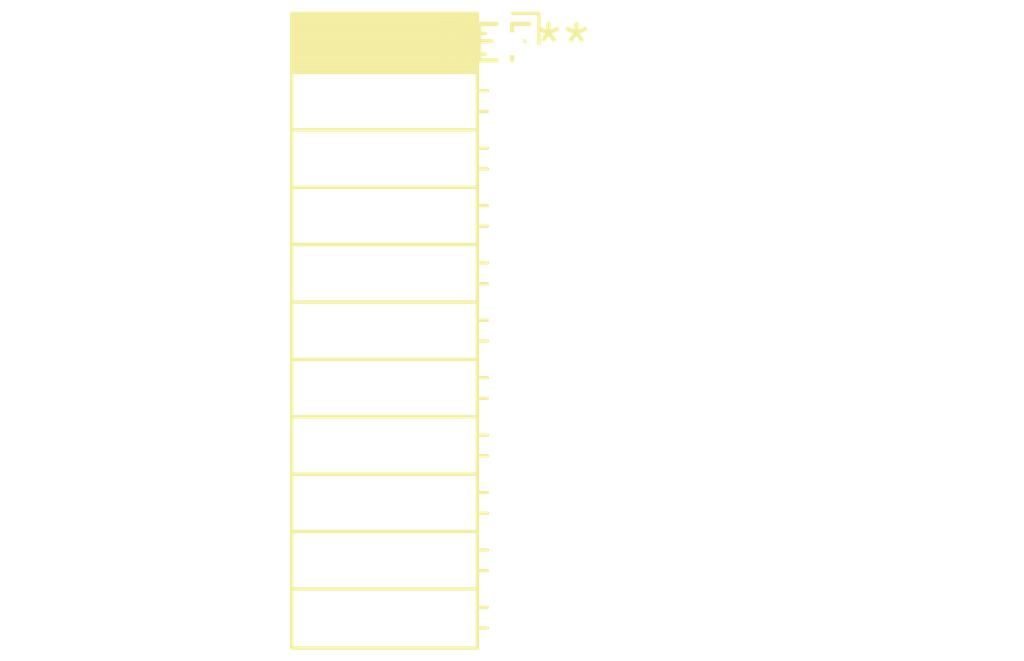
<source format=kicad_pcb>
(kicad_pcb (version 20240108) (generator pcbnew)
  (layers (0 "F.Cu" signal) (31 "B.Cu" signal) (34 "B.Paste" user) (35 "F.Paste" user) (36 "B.SilkS" user "B.Silkscreen") (37 "F.SilkS" user "F.Silkscreen") (38 "B.Mask" user) (39 "F.Mask" user) (44 "Edge.Cuts" user))
  (net 0 "")
  (footprint "PinSocket_1x11_P2.00mm_Horizontal" (layer "F.Cu") (at 0 0)
    (property "Reference" "REF**")
    (property "Value" "PinSocket_1x11_P2.00mm_Horizontal")
    (fp_line (start -7.68 -1.06) (end -7.68 21.06) (layer "F.SilkS") (stroke (width 0.12)))
    (fp_line (start -7.68 -1.06) (end -1.21 -1.06) (layer "F.SilkS") (stroke (width 0.12)))
    (fp_line (start -7.68 -0.94) (end -1.21 -0.94) (layer "F.SilkS") (stroke (width 0.12)))
    (fp_line (start -7.68 -0.825882) (end -1.21 -0.825882) (layer "F.SilkS") (stroke (width 0.12)))
    (fp_line (start -7.68 -0.711764) (end -1.21 -0.711764) (layer "F.SilkS") (stroke (width 0.12)))
    (fp_line (start -7.68 -0.597646) (end -1.21 -0.597646) (layer "F.SilkS") (stroke (width 0.12)))
    (fp_line (start -7.68 -0.483528) (end -1.21 -0.483528) (layer "F.SilkS") (stroke (width 0.12)))
    (fp_line (start -7.68 -0.36941) (end -1.21 -0.36941) (layer "F.SilkS") (stroke (width 0.12)))
    (fp_line (start -7.68 -0.255292) (end -1.21 -0.255292) (layer "F.SilkS") (stroke (width 0.12)))
    (fp_line (start -7.68 -0.141174) (end -1.21 -0.141174) (layer "F.SilkS") (stroke (width 0.12)))
    (fp_line (start -7.68 -0.027056) (end -1.21 -0.027056) (layer "F.SilkS") (stroke (width 0.12)))
    (fp_line (start -7.68 0.087062) (end -1.21 0.087062) (layer "F.SilkS") (stroke (width 0.12)))
    (fp_line (start -7.68 0.20118) (end -1.21 0.20118) (layer "F.SilkS") (stroke (width 0.12)))
    (fp_line (start -7.68 0.315298) (end -1.21 0.315298) (layer "F.SilkS") (stroke (width 0.12)))
    (fp_line (start -7.68 0.429416) (end -1.21 0.429416) (layer "F.SilkS") (stroke (width 0.12)))
    (fp_line (start -7.68 0.543534) (end -1.21 0.543534) (layer "F.SilkS") (stroke (width 0.12)))
    (fp_line (start -7.68 0.657652) (end -1.21 0.657652) (layer "F.SilkS") (stroke (width 0.12)))
    (fp_line (start -7.68 0.77177) (end -1.21 0.77177) (layer "F.SilkS") (stroke (width 0.12)))
    (fp_line (start -7.68 0.885888) (end -1.21 0.885888) (layer "F.SilkS") (stroke (width 0.12)))
    (fp_line (start -7.68 1) (end -1.21 1) (layer "F.SilkS") (stroke (width 0.12)))
    (fp_line (start -7.68 3) (end -1.21 3) (layer "F.SilkS") (stroke (width 0.12)))
    (fp_line (start -7.68 5) (end -1.21 5) (layer "F.SilkS") (stroke (width 0.12)))
    (fp_line (start -7.68 7) (end -1.21 7) (layer "F.SilkS") (stroke (width 0.12)))
    (fp_line (start -7.68 9) (end -1.21 9) (layer "F.SilkS") (stroke (width 0.12)))
    (fp_line (start -7.68 11) (end -1.21 11) (layer "F.SilkS") (stroke (width 0.12)))
    (fp_line (start -7.68 13) (end -1.21 13) (layer "F.SilkS") (stroke (width 0.12)))
    (fp_line (start -7.68 15) (end -1.21 15) (layer "F.SilkS") (stroke (width 0.12)))
    (fp_line (start -7.68 17) (end -1.21 17) (layer "F.SilkS") (stroke (width 0.12)))
    (fp_line (start -7.68 19) (end -1.21 19) (layer "F.SilkS") (stroke (width 0.12)))
    (fp_line (start -7.68 21.06) (end -1.21 21.06) (layer "F.SilkS") (stroke (width 0.12)))
    (fp_line (start -1.21 -1.06) (end -1.21 21.06) (layer "F.SilkS") (stroke (width 0.12)))
    (fp_line (start -1.21 -0.36) (end -0.935 -0.36) (layer "F.SilkS") (stroke (width 0.12)))
    (fp_line (start -1.21 0.36) (end -0.935 0.36) (layer "F.SilkS") (stroke (width 0.12)))
    (fp_line (start -1.21 1.64) (end -0.862917 1.64) (layer "F.SilkS") (stroke (width 0.12)))
    (fp_line (start -1.21 2.36) (end -0.862917 2.36) (layer "F.SilkS") (stroke (width 0.12)))
    (fp_line (start -1.21 3.64) (end -0.862917 3.64) (layer "F.SilkS") (stroke (width 0.12)))
    (fp_line (start -1.21 4.36) (end -0.862917 4.36) (layer "F.SilkS") (stroke (width 0.12)))
    (fp_line (start -1.21 5.64) (end -0.862917 5.64) (layer "F.SilkS") (stroke (width 0.12)))
    (fp_line (start -1.21 6.36) (end -0.862917 6.36) (layer "F.SilkS") (stroke (width 0.12)))
    (fp_line (start -1.21 7.64) (end -0.862917 7.64) (layer "F.SilkS") (stroke (width 0.12)))
    (fp_line (start -1.21 8.36) (end -0.862917 8.36) (layer "F.SilkS") (stroke (width 0.12)))
    (fp_line (start -1.21 9.64) (end -0.862917 9.64) (layer "F.SilkS") (stroke (width 0.12)))
    (fp_line (start -1.21 10.36) (end -0.862917 10.36) (layer "F.SilkS") (stroke (width 0.12)))
    (fp_line (start -1.21 11.64) (end -0.862917 11.64) (layer "F.SilkS") (stroke (width 0.12)))
    (fp_line (start -1.21 12.36) (end -0.862917 12.36) (layer "F.SilkS") (stroke (width 0.12)))
    (fp_line (start -1.21 13.64) (end -0.862917 13.64) (layer "F.SilkS") (stroke (width 0.12)))
    (fp_line (start -1.21 14.36) (end -0.862917 14.36) (layer "F.SilkS") (stroke (width 0.12)))
    (fp_line (start -1.21 15.64) (end -0.862917 15.64) (layer "F.SilkS") (stroke (width 0.12)))
    (fp_line (start -1.21 16.36) (end -0.862917 16.36) (layer "F.SilkS") (stroke (width 0.12)))
    (fp_line (start -1.21 17.64) (end -0.862917 17.64) (layer "F.SilkS") (stroke (width 0.12)))
    (fp_line (start -1.21 18.36) (end -0.862917 18.36) (layer "F.SilkS") (stroke (width 0.12)))
    (fp_line (start -1.21 19.64) (end -0.862917 19.64) (layer "F.SilkS") (stroke (width 0.12)))
    (fp_line (start -1.21 20.36) (end -0.862917 20.36) (layer "F.SilkS") (stroke (width 0.12)))
    (fp_line (start 0 -1.06) (end 0.935 -1.06) (layer "F.SilkS") (stroke (width 0.12)))
    (fp_line (start 0.935 -1.06) (end 0.935 0) (layer "F.SilkS") (stroke (width 0.12)))
    (pad "1" thru_hole rect (at 0 0) (size 1.35 1.35) (drill 0.8) (layers *.Cu *.Mask) (remove_unused_layers))
    (pad "2" thru_hole oval (at 0 2) (size 1.35 1.35) (drill 0.8) (layers *.Cu *.Mask) (remove_unused_layers))
    (pad "3" thru_hole oval (at 0 4) (size 1.35 1.35) (drill 0.8) (layers *.Cu *.Mask) (remove_unused_layers))
    (pad "4" thru_hole oval (at 0 6) (size 1.35 1.35) (drill 0.8) (layers *.Cu *.Mask) (remove_unused_layers))
    (pad "5" thru_hole oval (at 0 8) (size 1.35 1.35) (drill 0.8) (layers *.Cu *.Mask) (remove_unused_layers))
    (pad "6" thru_hole oval (at 0 10) (size 1.35 1.35) (drill 0.8) (layers *.Cu *.Mask) (remove_unused_layers))
    (pad "7" thru_hole oval (at 0 12) (size 1.35 1.35) (drill 0.8) (layers *.Cu *.Mask) (remove_unused_layers))
    (pad "8" thru_hole oval (at 0 14) (size 1.35 1.35) (drill 0.8) (layers *.Cu *.Mask) (remove_unused_layers))
    (pad "9" thru_hole oval (at 0 16) (size 1.35 1.35) (drill 0.8) (layers *.Cu *.Mask) (remove_unused_layers))
    (pad "10" thru_hole oval (at 0 18) (size 1.35 1.35) (drill 0.8) (layers *.Cu *.Mask) (remove_unused_layers))
    (pad "11" thru_hole oval (at 0 20) (size 1.35 1.35) (drill 0.8) (layers *.Cu *.Mask) (remove_unused_layers))
  )
)
</source>
